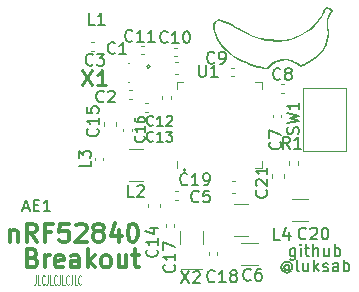
<source format=gbr>
%TF.GenerationSoftware,KiCad,Pcbnew,(5.99.0-9634-gb691c18bfc)*%
%TF.CreationDate,2021-03-08T14:45:00+01:00*%
%TF.ProjectId,nRF52840Breakout,6e524635-3238-4343-9042-7265616b6f75,rev?*%
%TF.SameCoordinates,Original*%
%TF.FileFunction,Legend,Top*%
%TF.FilePolarity,Positive*%
%FSLAX46Y46*%
G04 Gerber Fmt 4.6, Leading zero omitted, Abs format (unit mm)*
G04 Created by KiCad (PCBNEW (5.99.0-9634-gb691c18bfc)) date 2021-03-08 14:45:00*
%MOMM*%
%LPD*%
G01*
G04 APERTURE LIST*
%ADD10C,0.152400*%
%ADD11C,0.304800*%
%ADD12C,0.037500*%
%ADD13C,0.150000*%
%ADD14C,0.254000*%
%ADD15C,0.120000*%
%ADD16C,0.200000*%
%ADD17C,0.100000*%
G04 APERTURE END LIST*
D10*
X32630623Y-30930000D02*
G75*
G03*
X32630623Y-30930000I-80623J0D01*
G01*
D11*
X17779714Y-35993428D02*
X17779714Y-37009428D01*
X17779714Y-36138571D02*
X17852285Y-36066000D01*
X17997428Y-35993428D01*
X18215142Y-35993428D01*
X18360285Y-36066000D01*
X18432857Y-36211142D01*
X18432857Y-37009428D01*
X20029428Y-37009428D02*
X19521428Y-36283714D01*
X19158571Y-37009428D02*
X19158571Y-35485428D01*
X19739142Y-35485428D01*
X19884285Y-35558000D01*
X19956857Y-35630571D01*
X20029428Y-35775714D01*
X20029428Y-35993428D01*
X19956857Y-36138571D01*
X19884285Y-36211142D01*
X19739142Y-36283714D01*
X19158571Y-36283714D01*
X21190571Y-36211142D02*
X20682571Y-36211142D01*
X20682571Y-37009428D02*
X20682571Y-35485428D01*
X21408285Y-35485428D01*
X22714571Y-35485428D02*
X21988857Y-35485428D01*
X21916285Y-36211142D01*
X21988857Y-36138571D01*
X22134000Y-36066000D01*
X22496857Y-36066000D01*
X22642000Y-36138571D01*
X22714571Y-36211142D01*
X22787142Y-36356285D01*
X22787142Y-36719142D01*
X22714571Y-36864285D01*
X22642000Y-36936857D01*
X22496857Y-37009428D01*
X22134000Y-37009428D01*
X21988857Y-36936857D01*
X21916285Y-36864285D01*
X23367714Y-35630571D02*
X23440285Y-35558000D01*
X23585428Y-35485428D01*
X23948285Y-35485428D01*
X24093428Y-35558000D01*
X24166000Y-35630571D01*
X24238571Y-35775714D01*
X24238571Y-35920857D01*
X24166000Y-36138571D01*
X23295142Y-37009428D01*
X24238571Y-37009428D01*
X25109428Y-36138571D02*
X24964285Y-36066000D01*
X24891714Y-35993428D01*
X24819142Y-35848285D01*
X24819142Y-35775714D01*
X24891714Y-35630571D01*
X24964285Y-35558000D01*
X25109428Y-35485428D01*
X25399714Y-35485428D01*
X25544857Y-35558000D01*
X25617428Y-35630571D01*
X25690000Y-35775714D01*
X25690000Y-35848285D01*
X25617428Y-35993428D01*
X25544857Y-36066000D01*
X25399714Y-36138571D01*
X25109428Y-36138571D01*
X24964285Y-36211142D01*
X24891714Y-36283714D01*
X24819142Y-36428857D01*
X24819142Y-36719142D01*
X24891714Y-36864285D01*
X24964285Y-36936857D01*
X25109428Y-37009428D01*
X25399714Y-37009428D01*
X25544857Y-36936857D01*
X25617428Y-36864285D01*
X25690000Y-36719142D01*
X25690000Y-36428857D01*
X25617428Y-36283714D01*
X25544857Y-36211142D01*
X25399714Y-36138571D01*
X26996285Y-35993428D02*
X26996285Y-37009428D01*
X26633428Y-35412857D02*
X26270571Y-36501428D01*
X27214000Y-36501428D01*
X28084857Y-35485428D02*
X28230000Y-35485428D01*
X28375142Y-35558000D01*
X28447714Y-35630571D01*
X28520285Y-35775714D01*
X28592857Y-36066000D01*
X28592857Y-36428857D01*
X28520285Y-36719142D01*
X28447714Y-36864285D01*
X28375142Y-36936857D01*
X28230000Y-37009428D01*
X28084857Y-37009428D01*
X27939714Y-36936857D01*
X27867142Y-36864285D01*
X27794571Y-36719142D01*
X27722000Y-36428857D01*
X27722000Y-36066000D01*
X27794571Y-35775714D01*
X27867142Y-35630571D01*
X27939714Y-35558000D01*
X28084857Y-35485428D01*
X19683428Y-38381142D02*
X19901142Y-38453714D01*
X19973714Y-38526285D01*
X20046285Y-38671428D01*
X20046285Y-38889142D01*
X19973714Y-39034285D01*
X19901142Y-39106857D01*
X19756000Y-39179428D01*
X19175428Y-39179428D01*
X19175428Y-37655428D01*
X19683428Y-37655428D01*
X19828571Y-37728000D01*
X19901142Y-37800571D01*
X19973714Y-37945714D01*
X19973714Y-38090857D01*
X19901142Y-38236000D01*
X19828571Y-38308571D01*
X19683428Y-38381142D01*
X19175428Y-38381142D01*
X20699428Y-39179428D02*
X20699428Y-38163428D01*
X20699428Y-38453714D02*
X20772000Y-38308571D01*
X20844571Y-38236000D01*
X20989714Y-38163428D01*
X21134857Y-38163428D01*
X22223428Y-39106857D02*
X22078285Y-39179428D01*
X21788000Y-39179428D01*
X21642857Y-39106857D01*
X21570285Y-38961714D01*
X21570285Y-38381142D01*
X21642857Y-38236000D01*
X21788000Y-38163428D01*
X22078285Y-38163428D01*
X22223428Y-38236000D01*
X22296000Y-38381142D01*
X22296000Y-38526285D01*
X21570285Y-38671428D01*
X23602285Y-39179428D02*
X23602285Y-38381142D01*
X23529714Y-38236000D01*
X23384571Y-38163428D01*
X23094285Y-38163428D01*
X22949142Y-38236000D01*
X23602285Y-39106857D02*
X23457142Y-39179428D01*
X23094285Y-39179428D01*
X22949142Y-39106857D01*
X22876571Y-38961714D01*
X22876571Y-38816571D01*
X22949142Y-38671428D01*
X23094285Y-38598857D01*
X23457142Y-38598857D01*
X23602285Y-38526285D01*
X24328000Y-39179428D02*
X24328000Y-37655428D01*
X24473142Y-38598857D02*
X24908571Y-39179428D01*
X24908571Y-38163428D02*
X24328000Y-38744000D01*
X25779428Y-39179428D02*
X25634285Y-39106857D01*
X25561714Y-39034285D01*
X25489142Y-38889142D01*
X25489142Y-38453714D01*
X25561714Y-38308571D01*
X25634285Y-38236000D01*
X25779428Y-38163428D01*
X25997142Y-38163428D01*
X26142285Y-38236000D01*
X26214857Y-38308571D01*
X26287428Y-38453714D01*
X26287428Y-38889142D01*
X26214857Y-39034285D01*
X26142285Y-39106857D01*
X25997142Y-39179428D01*
X25779428Y-39179428D01*
X27593714Y-38163428D02*
X27593714Y-39179428D01*
X26940571Y-38163428D02*
X26940571Y-38961714D01*
X27013142Y-39106857D01*
X27158285Y-39179428D01*
X27376000Y-39179428D01*
X27521142Y-39106857D01*
X27593714Y-39034285D01*
X28101714Y-38163428D02*
X28682285Y-38163428D01*
X28319428Y-37655428D02*
X28319428Y-38961714D01*
X28392000Y-39106857D01*
X28537142Y-39179428D01*
X28682285Y-39179428D01*
D12*
X19942380Y-39851904D02*
X19942380Y-40423333D01*
X19923333Y-40537619D01*
X19885238Y-40613809D01*
X19828095Y-40651904D01*
X19790000Y-40651904D01*
X20323333Y-40651904D02*
X20132857Y-40651904D01*
X20132857Y-39851904D01*
X20685238Y-40575714D02*
X20666190Y-40613809D01*
X20609047Y-40651904D01*
X20570952Y-40651904D01*
X20513809Y-40613809D01*
X20475714Y-40537619D01*
X20456666Y-40461428D01*
X20437619Y-40309047D01*
X20437619Y-40194761D01*
X20456666Y-40042380D01*
X20475714Y-39966190D01*
X20513809Y-39890000D01*
X20570952Y-39851904D01*
X20609047Y-39851904D01*
X20666190Y-39890000D01*
X20685238Y-39928095D01*
X20970952Y-39851904D02*
X20970952Y-40423333D01*
X20951904Y-40537619D01*
X20913809Y-40613809D01*
X20856666Y-40651904D01*
X20818571Y-40651904D01*
X21351904Y-40651904D02*
X21161428Y-40651904D01*
X21161428Y-39851904D01*
X21713809Y-40575714D02*
X21694761Y-40613809D01*
X21637619Y-40651904D01*
X21599523Y-40651904D01*
X21542380Y-40613809D01*
X21504285Y-40537619D01*
X21485238Y-40461428D01*
X21466190Y-40309047D01*
X21466190Y-40194761D01*
X21485238Y-40042380D01*
X21504285Y-39966190D01*
X21542380Y-39890000D01*
X21599523Y-39851904D01*
X21637619Y-39851904D01*
X21694761Y-39890000D01*
X21713809Y-39928095D01*
X21999523Y-39851904D02*
X21999523Y-40423333D01*
X21980476Y-40537619D01*
X21942380Y-40613809D01*
X21885238Y-40651904D01*
X21847142Y-40651904D01*
X22380476Y-40651904D02*
X22190000Y-40651904D01*
X22190000Y-39851904D01*
X22742380Y-40575714D02*
X22723333Y-40613809D01*
X22666190Y-40651904D01*
X22628095Y-40651904D01*
X22570952Y-40613809D01*
X22532857Y-40537619D01*
X22513809Y-40461428D01*
X22494761Y-40309047D01*
X22494761Y-40194761D01*
X22513809Y-40042380D01*
X22532857Y-39966190D01*
X22570952Y-39890000D01*
X22628095Y-39851904D01*
X22666190Y-39851904D01*
X22723333Y-39890000D01*
X22742380Y-39928095D01*
X23028095Y-39851904D02*
X23028095Y-40423333D01*
X23009047Y-40537619D01*
X22970952Y-40613809D01*
X22913809Y-40651904D01*
X22875714Y-40651904D01*
X23409047Y-40651904D02*
X23218571Y-40651904D01*
X23218571Y-39851904D01*
X23770952Y-40575714D02*
X23751904Y-40613809D01*
X23694761Y-40651904D01*
X23656666Y-40651904D01*
X23599523Y-40613809D01*
X23561428Y-40537619D01*
X23542380Y-40461428D01*
X23523333Y-40309047D01*
X23523333Y-40194761D01*
X23542380Y-40042380D01*
X23561428Y-39966190D01*
X23599523Y-39890000D01*
X23656666Y-39851904D01*
X23694761Y-39851904D01*
X23751904Y-39890000D01*
X23770952Y-39928095D01*
D13*
%TO.C,C12*%
X29873571Y-27103571D02*
X29833095Y-27144047D01*
X29711666Y-27184523D01*
X29630714Y-27184523D01*
X29509285Y-27144047D01*
X29428333Y-27063095D01*
X29387857Y-26982142D01*
X29347380Y-26820238D01*
X29347380Y-26698809D01*
X29387857Y-26536904D01*
X29428333Y-26455952D01*
X29509285Y-26375000D01*
X29630714Y-26334523D01*
X29711666Y-26334523D01*
X29833095Y-26375000D01*
X29873571Y-26415476D01*
X30683095Y-27184523D02*
X30197380Y-27184523D01*
X30440238Y-27184523D02*
X30440238Y-26334523D01*
X30359285Y-26455952D01*
X30278333Y-26536904D01*
X30197380Y-26577380D01*
X31006904Y-26415476D02*
X31047380Y-26375000D01*
X31128333Y-26334523D01*
X31330714Y-26334523D01*
X31411666Y-26375000D01*
X31452142Y-26415476D01*
X31492619Y-26496428D01*
X31492619Y-26577380D01*
X31452142Y-26698809D01*
X30966428Y-27184523D01*
X31492619Y-27184523D01*
%TO.C,C10*%
X31087142Y-20087142D02*
X31039523Y-20134761D01*
X30896666Y-20182380D01*
X30801428Y-20182380D01*
X30658571Y-20134761D01*
X30563333Y-20039523D01*
X30515714Y-19944285D01*
X30468095Y-19753809D01*
X30468095Y-19610952D01*
X30515714Y-19420476D01*
X30563333Y-19325238D01*
X30658571Y-19230000D01*
X30801428Y-19182380D01*
X30896666Y-19182380D01*
X31039523Y-19230000D01*
X31087142Y-19277619D01*
X32039523Y-20182380D02*
X31468095Y-20182380D01*
X31753809Y-20182380D02*
X31753809Y-19182380D01*
X31658571Y-19325238D01*
X31563333Y-19420476D01*
X31468095Y-19468095D01*
X32658571Y-19182380D02*
X32753809Y-19182380D01*
X32849047Y-19230000D01*
X32896666Y-19277619D01*
X32944285Y-19372857D01*
X32991904Y-19563333D01*
X32991904Y-19801428D01*
X32944285Y-19991904D01*
X32896666Y-20087142D01*
X32849047Y-20134761D01*
X32753809Y-20182380D01*
X32658571Y-20182380D01*
X32563333Y-20134761D01*
X32515714Y-20087142D01*
X32468095Y-19991904D01*
X32420476Y-19801428D01*
X32420476Y-19563333D01*
X32468095Y-19372857D01*
X32515714Y-19277619D01*
X32563333Y-19230000D01*
X32658571Y-19182380D01*
%TO.C,C21*%
X39447142Y-32642857D02*
X39494761Y-32690476D01*
X39542380Y-32833333D01*
X39542380Y-32928571D01*
X39494761Y-33071428D01*
X39399523Y-33166666D01*
X39304285Y-33214285D01*
X39113809Y-33261904D01*
X38970952Y-33261904D01*
X38780476Y-33214285D01*
X38685238Y-33166666D01*
X38590000Y-33071428D01*
X38542380Y-32928571D01*
X38542380Y-32833333D01*
X38590000Y-32690476D01*
X38637619Y-32642857D01*
X38637619Y-32261904D02*
X38590000Y-32214285D01*
X38542380Y-32119047D01*
X38542380Y-31880952D01*
X38590000Y-31785714D01*
X38637619Y-31738095D01*
X38732857Y-31690476D01*
X38828095Y-31690476D01*
X38970952Y-31738095D01*
X39542380Y-32309523D01*
X39542380Y-31690476D01*
X39542380Y-30738095D02*
X39542380Y-31309523D01*
X39542380Y-31023809D02*
X38542380Y-31023809D01*
X38685238Y-31119047D01*
X38780476Y-31214285D01*
X38828095Y-31309523D01*
%TO.C,AE1*%
X18843333Y-34146666D02*
X19319523Y-34146666D01*
X18748095Y-34432380D02*
X19081428Y-33432380D01*
X19414761Y-34432380D01*
X19748095Y-33908571D02*
X20081428Y-33908571D01*
X20224285Y-34432380D02*
X19748095Y-34432380D01*
X19748095Y-33432380D01*
X20224285Y-33432380D01*
X21176666Y-34432380D02*
X20605238Y-34432380D01*
X20890952Y-34432380D02*
X20890952Y-33432380D01*
X20795714Y-33575238D01*
X20700476Y-33670476D01*
X20605238Y-33718095D01*
X41395714Y-39036190D02*
X41348095Y-38988571D01*
X41252857Y-38940952D01*
X41157619Y-38940952D01*
X41062380Y-38988571D01*
X41014761Y-39036190D01*
X40967142Y-39131428D01*
X40967142Y-39226666D01*
X41014761Y-39321904D01*
X41062380Y-39369523D01*
X41157619Y-39417142D01*
X41252857Y-39417142D01*
X41348095Y-39369523D01*
X41395714Y-39321904D01*
X41395714Y-38940952D02*
X41395714Y-39321904D01*
X41443333Y-39369523D01*
X41490952Y-39369523D01*
X41586190Y-39321904D01*
X41633809Y-39226666D01*
X41633809Y-38988571D01*
X41538571Y-38845714D01*
X41395714Y-38750476D01*
X41205238Y-38702857D01*
X41014761Y-38750476D01*
X40871904Y-38845714D01*
X40776666Y-38988571D01*
X40729047Y-39179047D01*
X40776666Y-39369523D01*
X40871904Y-39512380D01*
X41014761Y-39607619D01*
X41205238Y-39655238D01*
X41395714Y-39607619D01*
X41538571Y-39512380D01*
X42205238Y-39512380D02*
X42110000Y-39464761D01*
X42062380Y-39369523D01*
X42062380Y-38512380D01*
X43014761Y-38845714D02*
X43014761Y-39512380D01*
X42586190Y-38845714D02*
X42586190Y-39369523D01*
X42633809Y-39464761D01*
X42729047Y-39512380D01*
X42871904Y-39512380D01*
X42967142Y-39464761D01*
X43014761Y-39417142D01*
X43490952Y-39512380D02*
X43490952Y-38512380D01*
X43586190Y-39131428D02*
X43871904Y-39512380D01*
X43871904Y-38845714D02*
X43490952Y-39226666D01*
X44252857Y-39464761D02*
X44348095Y-39512380D01*
X44538571Y-39512380D01*
X44633809Y-39464761D01*
X44681428Y-39369523D01*
X44681428Y-39321904D01*
X44633809Y-39226666D01*
X44538571Y-39179047D01*
X44395714Y-39179047D01*
X44300476Y-39131428D01*
X44252857Y-39036190D01*
X44252857Y-38988571D01*
X44300476Y-38893333D01*
X44395714Y-38845714D01*
X44538571Y-38845714D01*
X44633809Y-38893333D01*
X45538571Y-39512380D02*
X45538571Y-38988571D01*
X45490952Y-38893333D01*
X45395714Y-38845714D01*
X45205238Y-38845714D01*
X45110000Y-38893333D01*
X45538571Y-39464761D02*
X45443333Y-39512380D01*
X45205238Y-39512380D01*
X45110000Y-39464761D01*
X45062380Y-39369523D01*
X45062380Y-39274285D01*
X45110000Y-39179047D01*
X45205238Y-39131428D01*
X45443333Y-39131428D01*
X45538571Y-39083809D01*
X46014761Y-39512380D02*
X46014761Y-38512380D01*
X46014761Y-38893333D02*
X46110000Y-38845714D01*
X46300476Y-38845714D01*
X46395714Y-38893333D01*
X46443333Y-38940952D01*
X46490952Y-39036190D01*
X46490952Y-39321904D01*
X46443333Y-39417142D01*
X46395714Y-39464761D01*
X46300476Y-39512380D01*
X46110000Y-39512380D01*
X46014761Y-39464761D01*
X41893333Y-37555714D02*
X41893333Y-38365238D01*
X41845714Y-38460476D01*
X41798095Y-38508095D01*
X41702857Y-38555714D01*
X41560000Y-38555714D01*
X41464761Y-38508095D01*
X41893333Y-38174761D02*
X41798095Y-38222380D01*
X41607619Y-38222380D01*
X41512380Y-38174761D01*
X41464761Y-38127142D01*
X41417142Y-38031904D01*
X41417142Y-37746190D01*
X41464761Y-37650952D01*
X41512380Y-37603333D01*
X41607619Y-37555714D01*
X41798095Y-37555714D01*
X41893333Y-37603333D01*
X42369523Y-38222380D02*
X42369523Y-37555714D01*
X42369523Y-37222380D02*
X42321904Y-37270000D01*
X42369523Y-37317619D01*
X42417142Y-37270000D01*
X42369523Y-37222380D01*
X42369523Y-37317619D01*
X42702857Y-37555714D02*
X43083809Y-37555714D01*
X42845714Y-37222380D02*
X42845714Y-38079523D01*
X42893333Y-38174761D01*
X42988571Y-38222380D01*
X43083809Y-38222380D01*
X43417142Y-38222380D02*
X43417142Y-37222380D01*
X43845714Y-38222380D02*
X43845714Y-37698571D01*
X43798095Y-37603333D01*
X43702857Y-37555714D01*
X43560000Y-37555714D01*
X43464761Y-37603333D01*
X43417142Y-37650952D01*
X44750476Y-37555714D02*
X44750476Y-38222380D01*
X44321904Y-37555714D02*
X44321904Y-38079523D01*
X44369523Y-38174761D01*
X44464761Y-38222380D01*
X44607619Y-38222380D01*
X44702857Y-38174761D01*
X44750476Y-38127142D01*
X45226666Y-38222380D02*
X45226666Y-37222380D01*
X45226666Y-37603333D02*
X45321904Y-37555714D01*
X45512380Y-37555714D01*
X45607619Y-37603333D01*
X45655238Y-37650952D01*
X45702857Y-37746190D01*
X45702857Y-38031904D01*
X45655238Y-38127142D01*
X45607619Y-38174761D01*
X45512380Y-38222380D01*
X45321904Y-38222380D01*
X45226666Y-38174761D01*
%TO.C,SW1*%
X42154761Y-27893333D02*
X42202380Y-27750476D01*
X42202380Y-27512380D01*
X42154761Y-27417142D01*
X42107142Y-27369523D01*
X42011904Y-27321904D01*
X41916666Y-27321904D01*
X41821428Y-27369523D01*
X41773809Y-27417142D01*
X41726190Y-27512380D01*
X41678571Y-27702857D01*
X41630952Y-27798095D01*
X41583333Y-27845714D01*
X41488095Y-27893333D01*
X41392857Y-27893333D01*
X41297619Y-27845714D01*
X41250000Y-27798095D01*
X41202380Y-27702857D01*
X41202380Y-27464761D01*
X41250000Y-27321904D01*
X41202380Y-26988571D02*
X42202380Y-26750476D01*
X41488095Y-26560000D01*
X42202380Y-26369523D01*
X41202380Y-26131428D01*
X42202380Y-25226666D02*
X42202380Y-25798095D01*
X42202380Y-25512380D02*
X41202380Y-25512380D01*
X41345238Y-25607619D01*
X41440476Y-25702857D01*
X41488095Y-25798095D01*
%TO.C,R1*%
X41443333Y-29112380D02*
X41110000Y-28636190D01*
X40871904Y-29112380D02*
X40871904Y-28112380D01*
X41252857Y-28112380D01*
X41348095Y-28160000D01*
X41395714Y-28207619D01*
X41443333Y-28302857D01*
X41443333Y-28445714D01*
X41395714Y-28540952D01*
X41348095Y-28588571D01*
X41252857Y-28636190D01*
X40871904Y-28636190D01*
X42395714Y-29112380D02*
X41824285Y-29112380D01*
X42110000Y-29112380D02*
X42110000Y-28112380D01*
X42014761Y-28255238D01*
X41919523Y-28350476D01*
X41824285Y-28398095D01*
%TO.C,L1*%
X24923333Y-18622380D02*
X24447142Y-18622380D01*
X24447142Y-17622380D01*
X25780476Y-18622380D02*
X25209047Y-18622380D01*
X25494761Y-18622380D02*
X25494761Y-17622380D01*
X25399523Y-17765238D01*
X25304285Y-17860476D01*
X25209047Y-17908095D01*
D14*
%TO.C,X1*%
X23871904Y-22504523D02*
X24718571Y-23774523D01*
X24718571Y-22504523D02*
X23871904Y-23774523D01*
X25867619Y-23774523D02*
X25141904Y-23774523D01*
X25504761Y-23774523D02*
X25504761Y-22504523D01*
X25383809Y-22685952D01*
X25262857Y-22806904D01*
X25141904Y-22867380D01*
D13*
%TO.C,L2*%
X28223333Y-33222380D02*
X27747142Y-33222380D01*
X27747142Y-32222380D01*
X28509047Y-32317619D02*
X28556666Y-32270000D01*
X28651904Y-32222380D01*
X28890000Y-32222380D01*
X28985238Y-32270000D01*
X29032857Y-32317619D01*
X29080476Y-32412857D01*
X29080476Y-32508095D01*
X29032857Y-32650952D01*
X28461428Y-33222380D01*
X29080476Y-33222380D01*
%TO.C,C6*%
X38123333Y-40207142D02*
X38075714Y-40254761D01*
X37932857Y-40302380D01*
X37837619Y-40302380D01*
X37694761Y-40254761D01*
X37599523Y-40159523D01*
X37551904Y-40064285D01*
X37504285Y-39873809D01*
X37504285Y-39730952D01*
X37551904Y-39540476D01*
X37599523Y-39445238D01*
X37694761Y-39350000D01*
X37837619Y-39302380D01*
X37932857Y-39302380D01*
X38075714Y-39350000D01*
X38123333Y-39397619D01*
X38980476Y-39302380D02*
X38790000Y-39302380D01*
X38694761Y-39350000D01*
X38647142Y-39397619D01*
X38551904Y-39540476D01*
X38504285Y-39730952D01*
X38504285Y-40111904D01*
X38551904Y-40207142D01*
X38599523Y-40254761D01*
X38694761Y-40302380D01*
X38885238Y-40302380D01*
X38980476Y-40254761D01*
X39028095Y-40207142D01*
X39075714Y-40111904D01*
X39075714Y-39873809D01*
X39028095Y-39778571D01*
X38980476Y-39730952D01*
X38885238Y-39683333D01*
X38694761Y-39683333D01*
X38599523Y-39730952D01*
X38551904Y-39778571D01*
X38504285Y-39873809D01*
%TO.C,C7*%
X40607142Y-28576666D02*
X40654761Y-28624285D01*
X40702380Y-28767142D01*
X40702380Y-28862380D01*
X40654761Y-29005238D01*
X40559523Y-29100476D01*
X40464285Y-29148095D01*
X40273809Y-29195714D01*
X40130952Y-29195714D01*
X39940476Y-29148095D01*
X39845238Y-29100476D01*
X39750000Y-29005238D01*
X39702380Y-28862380D01*
X39702380Y-28767142D01*
X39750000Y-28624285D01*
X39797619Y-28576666D01*
X39702380Y-28243333D02*
X39702380Y-27576666D01*
X40702380Y-28005238D01*
%TO.C,C20*%
X42807142Y-36717142D02*
X42759523Y-36764761D01*
X42616666Y-36812380D01*
X42521428Y-36812380D01*
X42378571Y-36764761D01*
X42283333Y-36669523D01*
X42235714Y-36574285D01*
X42188095Y-36383809D01*
X42188095Y-36240952D01*
X42235714Y-36050476D01*
X42283333Y-35955238D01*
X42378571Y-35860000D01*
X42521428Y-35812380D01*
X42616666Y-35812380D01*
X42759523Y-35860000D01*
X42807142Y-35907619D01*
X43188095Y-35907619D02*
X43235714Y-35860000D01*
X43330952Y-35812380D01*
X43569047Y-35812380D01*
X43664285Y-35860000D01*
X43711904Y-35907619D01*
X43759523Y-36002857D01*
X43759523Y-36098095D01*
X43711904Y-36240952D01*
X43140476Y-36812380D01*
X43759523Y-36812380D01*
X44378571Y-35812380D02*
X44473809Y-35812380D01*
X44569047Y-35860000D01*
X44616666Y-35907619D01*
X44664285Y-36002857D01*
X44711904Y-36193333D01*
X44711904Y-36431428D01*
X44664285Y-36621904D01*
X44616666Y-36717142D01*
X44569047Y-36764761D01*
X44473809Y-36812380D01*
X44378571Y-36812380D01*
X44283333Y-36764761D01*
X44235714Y-36717142D01*
X44188095Y-36621904D01*
X44140476Y-36431428D01*
X44140476Y-36193333D01*
X44188095Y-36002857D01*
X44235714Y-35907619D01*
X44283333Y-35860000D01*
X44378571Y-35812380D01*
%TO.C,C1*%
X26638333Y-21017142D02*
X26590714Y-21064761D01*
X26447857Y-21112380D01*
X26352619Y-21112380D01*
X26209761Y-21064761D01*
X26114523Y-20969523D01*
X26066904Y-20874285D01*
X26019285Y-20683809D01*
X26019285Y-20540952D01*
X26066904Y-20350476D01*
X26114523Y-20255238D01*
X26209761Y-20160000D01*
X26352619Y-20112380D01*
X26447857Y-20112380D01*
X26590714Y-20160000D01*
X26638333Y-20207619D01*
X27590714Y-21112380D02*
X27019285Y-21112380D01*
X27305000Y-21112380D02*
X27305000Y-20112380D01*
X27209761Y-20255238D01*
X27114523Y-20350476D01*
X27019285Y-20398095D01*
%TO.C,L4*%
X40613333Y-36842380D02*
X40137142Y-36842380D01*
X40137142Y-35842380D01*
X41375238Y-36175714D02*
X41375238Y-36842380D01*
X41137142Y-35794761D02*
X40899047Y-36509047D01*
X41518095Y-36509047D01*
%TO.C,L3*%
X24582380Y-30144166D02*
X24582380Y-30620357D01*
X23582380Y-30620357D01*
X23582380Y-29906071D02*
X23582380Y-29287023D01*
X23963333Y-29620357D01*
X23963333Y-29477500D01*
X24010952Y-29382261D01*
X24058571Y-29334642D01*
X24153809Y-29287023D01*
X24391904Y-29287023D01*
X24487142Y-29334642D01*
X24534761Y-29382261D01*
X24582380Y-29477500D01*
X24582380Y-29763214D01*
X24534761Y-29858452D01*
X24487142Y-29906071D01*
%TO.C,C15*%
X25157142Y-27452857D02*
X25204761Y-27500476D01*
X25252380Y-27643333D01*
X25252380Y-27738571D01*
X25204761Y-27881428D01*
X25109523Y-27976666D01*
X25014285Y-28024285D01*
X24823809Y-28071904D01*
X24680952Y-28071904D01*
X24490476Y-28024285D01*
X24395238Y-27976666D01*
X24300000Y-27881428D01*
X24252380Y-27738571D01*
X24252380Y-27643333D01*
X24300000Y-27500476D01*
X24347619Y-27452857D01*
X25252380Y-26500476D02*
X25252380Y-27071904D01*
X25252380Y-26786190D02*
X24252380Y-26786190D01*
X24395238Y-26881428D01*
X24490476Y-26976666D01*
X24538095Y-27071904D01*
X24252380Y-25595714D02*
X24252380Y-26071904D01*
X24728571Y-26119523D01*
X24680952Y-26071904D01*
X24633333Y-25976666D01*
X24633333Y-25738571D01*
X24680952Y-25643333D01*
X24728571Y-25595714D01*
X24823809Y-25548095D01*
X25061904Y-25548095D01*
X25157142Y-25595714D01*
X25204761Y-25643333D01*
X25252380Y-25738571D01*
X25252380Y-25976666D01*
X25204761Y-26071904D01*
X25157142Y-26119523D01*
%TO.C,C16*%
X29063571Y-28036428D02*
X29104047Y-28076904D01*
X29144523Y-28198333D01*
X29144523Y-28279285D01*
X29104047Y-28400714D01*
X29023095Y-28481666D01*
X28942142Y-28522142D01*
X28780238Y-28562619D01*
X28658809Y-28562619D01*
X28496904Y-28522142D01*
X28415952Y-28481666D01*
X28335000Y-28400714D01*
X28294523Y-28279285D01*
X28294523Y-28198333D01*
X28335000Y-28076904D01*
X28375476Y-28036428D01*
X29144523Y-27226904D02*
X29144523Y-27712619D01*
X29144523Y-27469761D02*
X28294523Y-27469761D01*
X28415952Y-27550714D01*
X28496904Y-27631666D01*
X28537380Y-27712619D01*
X28294523Y-26498333D02*
X28294523Y-26660238D01*
X28335000Y-26741190D01*
X28375476Y-26781666D01*
X28496904Y-26862619D01*
X28658809Y-26903095D01*
X28982619Y-26903095D01*
X29063571Y-26862619D01*
X29104047Y-26822142D01*
X29144523Y-26741190D01*
X29144523Y-26579285D01*
X29104047Y-26498333D01*
X29063571Y-26457857D01*
X28982619Y-26417380D01*
X28780238Y-26417380D01*
X28699285Y-26457857D01*
X28658809Y-26498333D01*
X28618333Y-26579285D01*
X28618333Y-26741190D01*
X28658809Y-26822142D01*
X28699285Y-26862619D01*
X28780238Y-26903095D01*
%TO.C,C14*%
X30167142Y-37682857D02*
X30214761Y-37730476D01*
X30262380Y-37873333D01*
X30262380Y-37968571D01*
X30214761Y-38111428D01*
X30119523Y-38206666D01*
X30024285Y-38254285D01*
X29833809Y-38301904D01*
X29690952Y-38301904D01*
X29500476Y-38254285D01*
X29405238Y-38206666D01*
X29310000Y-38111428D01*
X29262380Y-37968571D01*
X29262380Y-37873333D01*
X29310000Y-37730476D01*
X29357619Y-37682857D01*
X30262380Y-36730476D02*
X30262380Y-37301904D01*
X30262380Y-37016190D02*
X29262380Y-37016190D01*
X29405238Y-37111428D01*
X29500476Y-37206666D01*
X29548095Y-37301904D01*
X29595714Y-35873333D02*
X30262380Y-35873333D01*
X29214761Y-36111428D02*
X29929047Y-36349523D01*
X29929047Y-35730476D01*
%TO.C,C9*%
X35043333Y-21827142D02*
X34995714Y-21874761D01*
X34852857Y-21922380D01*
X34757619Y-21922380D01*
X34614761Y-21874761D01*
X34519523Y-21779523D01*
X34471904Y-21684285D01*
X34424285Y-21493809D01*
X34424285Y-21350952D01*
X34471904Y-21160476D01*
X34519523Y-21065238D01*
X34614761Y-20970000D01*
X34757619Y-20922380D01*
X34852857Y-20922380D01*
X34995714Y-20970000D01*
X35043333Y-21017619D01*
X35519523Y-21922380D02*
X35710000Y-21922380D01*
X35805238Y-21874761D01*
X35852857Y-21827142D01*
X35948095Y-21684285D01*
X35995714Y-21493809D01*
X35995714Y-21112857D01*
X35948095Y-21017619D01*
X35900476Y-20970000D01*
X35805238Y-20922380D01*
X35614761Y-20922380D01*
X35519523Y-20970000D01*
X35471904Y-21017619D01*
X35424285Y-21112857D01*
X35424285Y-21350952D01*
X35471904Y-21446190D01*
X35519523Y-21493809D01*
X35614761Y-21541428D01*
X35805238Y-21541428D01*
X35900476Y-21493809D01*
X35948095Y-21446190D01*
X35995714Y-21350952D01*
%TO.C,X2*%
X32250476Y-39512380D02*
X32917142Y-40512380D01*
X32917142Y-39512380D02*
X32250476Y-40512380D01*
X33250476Y-39607619D02*
X33298095Y-39560000D01*
X33393333Y-39512380D01*
X33631428Y-39512380D01*
X33726666Y-39560000D01*
X33774285Y-39607619D01*
X33821904Y-39702857D01*
X33821904Y-39798095D01*
X33774285Y-39940952D01*
X33202857Y-40512380D01*
X33821904Y-40512380D01*
%TO.C,U1*%
X33748095Y-22052380D02*
X33748095Y-22861904D01*
X33795714Y-22957142D01*
X33843333Y-23004761D01*
X33938571Y-23052380D01*
X34129047Y-23052380D01*
X34224285Y-23004761D01*
X34271904Y-22957142D01*
X34319523Y-22861904D01*
X34319523Y-22052380D01*
X35319523Y-23052380D02*
X34748095Y-23052380D01*
X35033809Y-23052380D02*
X35033809Y-22052380D01*
X34938571Y-22195238D01*
X34843333Y-22290476D01*
X34748095Y-22338095D01*
%TO.C,C3*%
X24773333Y-21997142D02*
X24725714Y-22044761D01*
X24582857Y-22092380D01*
X24487619Y-22092380D01*
X24344761Y-22044761D01*
X24249523Y-21949523D01*
X24201904Y-21854285D01*
X24154285Y-21663809D01*
X24154285Y-21520952D01*
X24201904Y-21330476D01*
X24249523Y-21235238D01*
X24344761Y-21140000D01*
X24487619Y-21092380D01*
X24582857Y-21092380D01*
X24725714Y-21140000D01*
X24773333Y-21187619D01*
X25106666Y-21092380D02*
X25725714Y-21092380D01*
X25392380Y-21473333D01*
X25535238Y-21473333D01*
X25630476Y-21520952D01*
X25678095Y-21568571D01*
X25725714Y-21663809D01*
X25725714Y-21901904D01*
X25678095Y-21997142D01*
X25630476Y-22044761D01*
X25535238Y-22092380D01*
X25249523Y-22092380D01*
X25154285Y-22044761D01*
X25106666Y-21997142D01*
%TO.C,C19*%
X32757142Y-32117142D02*
X32709523Y-32164761D01*
X32566666Y-32212380D01*
X32471428Y-32212380D01*
X32328571Y-32164761D01*
X32233333Y-32069523D01*
X32185714Y-31974285D01*
X32138095Y-31783809D01*
X32138095Y-31640952D01*
X32185714Y-31450476D01*
X32233333Y-31355238D01*
X32328571Y-31260000D01*
X32471428Y-31212380D01*
X32566666Y-31212380D01*
X32709523Y-31260000D01*
X32757142Y-31307619D01*
X33709523Y-32212380D02*
X33138095Y-32212380D01*
X33423809Y-32212380D02*
X33423809Y-31212380D01*
X33328571Y-31355238D01*
X33233333Y-31450476D01*
X33138095Y-31498095D01*
X34185714Y-32212380D02*
X34376190Y-32212380D01*
X34471428Y-32164761D01*
X34519047Y-32117142D01*
X34614285Y-31974285D01*
X34661904Y-31783809D01*
X34661904Y-31402857D01*
X34614285Y-31307619D01*
X34566666Y-31260000D01*
X34471428Y-31212380D01*
X34280952Y-31212380D01*
X34185714Y-31260000D01*
X34138095Y-31307619D01*
X34090476Y-31402857D01*
X34090476Y-31640952D01*
X34138095Y-31736190D01*
X34185714Y-31783809D01*
X34280952Y-31831428D01*
X34471428Y-31831428D01*
X34566666Y-31783809D01*
X34614285Y-31736190D01*
X34661904Y-31640952D01*
%TO.C,C5*%
X33723333Y-33577142D02*
X33675714Y-33624761D01*
X33532857Y-33672380D01*
X33437619Y-33672380D01*
X33294761Y-33624761D01*
X33199523Y-33529523D01*
X33151904Y-33434285D01*
X33104285Y-33243809D01*
X33104285Y-33100952D01*
X33151904Y-32910476D01*
X33199523Y-32815238D01*
X33294761Y-32720000D01*
X33437619Y-32672380D01*
X33532857Y-32672380D01*
X33675714Y-32720000D01*
X33723333Y-32767619D01*
X34628095Y-32672380D02*
X34151904Y-32672380D01*
X34104285Y-33148571D01*
X34151904Y-33100952D01*
X34247142Y-33053333D01*
X34485238Y-33053333D01*
X34580476Y-33100952D01*
X34628095Y-33148571D01*
X34675714Y-33243809D01*
X34675714Y-33481904D01*
X34628095Y-33577142D01*
X34580476Y-33624761D01*
X34485238Y-33672380D01*
X34247142Y-33672380D01*
X34151904Y-33624761D01*
X34104285Y-33577142D01*
%TO.C,C2*%
X25683333Y-25117142D02*
X25635714Y-25164761D01*
X25492857Y-25212380D01*
X25397619Y-25212380D01*
X25254761Y-25164761D01*
X25159523Y-25069523D01*
X25111904Y-24974285D01*
X25064285Y-24783809D01*
X25064285Y-24640952D01*
X25111904Y-24450476D01*
X25159523Y-24355238D01*
X25254761Y-24260000D01*
X25397619Y-24212380D01*
X25492857Y-24212380D01*
X25635714Y-24260000D01*
X25683333Y-24307619D01*
X26064285Y-24307619D02*
X26111904Y-24260000D01*
X26207142Y-24212380D01*
X26445238Y-24212380D01*
X26540476Y-24260000D01*
X26588095Y-24307619D01*
X26635714Y-24402857D01*
X26635714Y-24498095D01*
X26588095Y-24640952D01*
X26016666Y-25212380D01*
X26635714Y-25212380D01*
%TO.C,C11*%
X28107142Y-19977142D02*
X28059523Y-20024761D01*
X27916666Y-20072380D01*
X27821428Y-20072380D01*
X27678571Y-20024761D01*
X27583333Y-19929523D01*
X27535714Y-19834285D01*
X27488095Y-19643809D01*
X27488095Y-19500952D01*
X27535714Y-19310476D01*
X27583333Y-19215238D01*
X27678571Y-19120000D01*
X27821428Y-19072380D01*
X27916666Y-19072380D01*
X28059523Y-19120000D01*
X28107142Y-19167619D01*
X29059523Y-20072380D02*
X28488095Y-20072380D01*
X28773809Y-20072380D02*
X28773809Y-19072380D01*
X28678571Y-19215238D01*
X28583333Y-19310476D01*
X28488095Y-19358095D01*
X30011904Y-20072380D02*
X29440476Y-20072380D01*
X29726190Y-20072380D02*
X29726190Y-19072380D01*
X29630952Y-19215238D01*
X29535714Y-19310476D01*
X29440476Y-19358095D01*
%TO.C,C18*%
X35067142Y-40327142D02*
X35019523Y-40374761D01*
X34876666Y-40422380D01*
X34781428Y-40422380D01*
X34638571Y-40374761D01*
X34543333Y-40279523D01*
X34495714Y-40184285D01*
X34448095Y-39993809D01*
X34448095Y-39850952D01*
X34495714Y-39660476D01*
X34543333Y-39565238D01*
X34638571Y-39470000D01*
X34781428Y-39422380D01*
X34876666Y-39422380D01*
X35019523Y-39470000D01*
X35067142Y-39517619D01*
X36019523Y-40422380D02*
X35448095Y-40422380D01*
X35733809Y-40422380D02*
X35733809Y-39422380D01*
X35638571Y-39565238D01*
X35543333Y-39660476D01*
X35448095Y-39708095D01*
X36590952Y-39850952D02*
X36495714Y-39803333D01*
X36448095Y-39755714D01*
X36400476Y-39660476D01*
X36400476Y-39612857D01*
X36448095Y-39517619D01*
X36495714Y-39470000D01*
X36590952Y-39422380D01*
X36781428Y-39422380D01*
X36876666Y-39470000D01*
X36924285Y-39517619D01*
X36971904Y-39612857D01*
X36971904Y-39660476D01*
X36924285Y-39755714D01*
X36876666Y-39803333D01*
X36781428Y-39850952D01*
X36590952Y-39850952D01*
X36495714Y-39898571D01*
X36448095Y-39946190D01*
X36400476Y-40041428D01*
X36400476Y-40231904D01*
X36448095Y-40327142D01*
X36495714Y-40374761D01*
X36590952Y-40422380D01*
X36781428Y-40422380D01*
X36876666Y-40374761D01*
X36924285Y-40327142D01*
X36971904Y-40231904D01*
X36971904Y-40041428D01*
X36924285Y-39946190D01*
X36876666Y-39898571D01*
X36781428Y-39850952D01*
%TO.C,C13*%
X29873571Y-28443571D02*
X29833095Y-28484047D01*
X29711666Y-28524523D01*
X29630714Y-28524523D01*
X29509285Y-28484047D01*
X29428333Y-28403095D01*
X29387857Y-28322142D01*
X29347380Y-28160238D01*
X29347380Y-28038809D01*
X29387857Y-27876904D01*
X29428333Y-27795952D01*
X29509285Y-27715000D01*
X29630714Y-27674523D01*
X29711666Y-27674523D01*
X29833095Y-27715000D01*
X29873571Y-27755476D01*
X30683095Y-28524523D02*
X30197380Y-28524523D01*
X30440238Y-28524523D02*
X30440238Y-27674523D01*
X30359285Y-27795952D01*
X30278333Y-27876904D01*
X30197380Y-27917380D01*
X30966428Y-27674523D02*
X31492619Y-27674523D01*
X31209285Y-27998333D01*
X31330714Y-27998333D01*
X31411666Y-28038809D01*
X31452142Y-28079285D01*
X31492619Y-28160238D01*
X31492619Y-28362619D01*
X31452142Y-28443571D01*
X31411666Y-28484047D01*
X31330714Y-28524523D01*
X31087857Y-28524523D01*
X31006904Y-28484047D01*
X30966428Y-28443571D01*
%TO.C,C8*%
X40643333Y-23217142D02*
X40595714Y-23264761D01*
X40452857Y-23312380D01*
X40357619Y-23312380D01*
X40214761Y-23264761D01*
X40119523Y-23169523D01*
X40071904Y-23074285D01*
X40024285Y-22883809D01*
X40024285Y-22740952D01*
X40071904Y-22550476D01*
X40119523Y-22455238D01*
X40214761Y-22360000D01*
X40357619Y-22312380D01*
X40452857Y-22312380D01*
X40595714Y-22360000D01*
X40643333Y-22407619D01*
X41214761Y-22740952D02*
X41119523Y-22693333D01*
X41071904Y-22645714D01*
X41024285Y-22550476D01*
X41024285Y-22502857D01*
X41071904Y-22407619D01*
X41119523Y-22360000D01*
X41214761Y-22312380D01*
X41405238Y-22312380D01*
X41500476Y-22360000D01*
X41548095Y-22407619D01*
X41595714Y-22502857D01*
X41595714Y-22550476D01*
X41548095Y-22645714D01*
X41500476Y-22693333D01*
X41405238Y-22740952D01*
X41214761Y-22740952D01*
X41119523Y-22788571D01*
X41071904Y-22836190D01*
X41024285Y-22931428D01*
X41024285Y-23121904D01*
X41071904Y-23217142D01*
X41119523Y-23264761D01*
X41214761Y-23312380D01*
X41405238Y-23312380D01*
X41500476Y-23264761D01*
X41548095Y-23217142D01*
X41595714Y-23121904D01*
X41595714Y-22931428D01*
X41548095Y-22836190D01*
X41500476Y-22788571D01*
X41405238Y-22740952D01*
%TO.C,C17*%
X31647142Y-38965357D02*
X31694761Y-39012976D01*
X31742380Y-39155833D01*
X31742380Y-39251071D01*
X31694761Y-39393928D01*
X31599523Y-39489166D01*
X31504285Y-39536785D01*
X31313809Y-39584404D01*
X31170952Y-39584404D01*
X30980476Y-39536785D01*
X30885238Y-39489166D01*
X30790000Y-39393928D01*
X30742380Y-39251071D01*
X30742380Y-39155833D01*
X30790000Y-39012976D01*
X30837619Y-38965357D01*
X31742380Y-38012976D02*
X31742380Y-38584404D01*
X31742380Y-38298690D02*
X30742380Y-38298690D01*
X30885238Y-38393928D01*
X30980476Y-38489166D01*
X31028095Y-38584404D01*
X30742380Y-37679642D02*
X30742380Y-37012976D01*
X31742380Y-37441547D01*
D15*
%TO.C,C12*%
X31340000Y-24706665D02*
X31340000Y-24938335D01*
X30620000Y-24706665D02*
X30620000Y-24938335D01*
%TO.C,C10*%
X31895835Y-21290000D02*
X31664165Y-21290000D01*
X31895835Y-20570000D02*
X31664165Y-20570000D01*
%TO.C,C21*%
X39960000Y-31586267D02*
X39960000Y-31293733D01*
X40980000Y-31586267D02*
X40980000Y-31293733D01*
%TO.C,SW1*%
X42540000Y-23990000D02*
X46160000Y-23990000D01*
X46160000Y-29290000D02*
X42540000Y-29290000D01*
X46160000Y-23990000D02*
X46160000Y-29290000D01*
X42540000Y-29290000D02*
X42540000Y-23990000D01*
%TO.C,R1*%
X42130000Y-30192379D02*
X42130000Y-30527621D01*
X41370000Y-30192379D02*
X41370000Y-30527621D01*
%TO.C,L1*%
X24639800Y-20100000D02*
X24840200Y-20100000D01*
X24639800Y-20820000D02*
X24840200Y-20820000D01*
D16*
%TO.C,X1*%
X29475000Y-22260000D02*
X29475000Y-22260000D01*
X29475000Y-22060000D02*
X29475000Y-22060000D01*
D17*
X27825000Y-23460000D02*
X27725000Y-23460000D01*
X27825000Y-21860000D02*
X27725000Y-21860000D01*
D16*
X29475000Y-22260000D02*
G75*
G02*
X29475000Y-22060000I0J100000D01*
G01*
X29475000Y-22060000D02*
G75*
G02*
X29475000Y-22260000I0J-100000D01*
G01*
D15*
%TO.C,L2*%
X28992064Y-31850000D02*
X27787936Y-31850000D01*
X28992064Y-29130000D02*
X27787936Y-29130000D01*
%TO.C,C6*%
X37318748Y-38960000D02*
X38741252Y-38960000D01*
X37318748Y-37140000D02*
X38741252Y-37140000D01*
%TO.C,C7*%
X40730000Y-26485835D02*
X40730000Y-26254165D01*
X40010000Y-26485835D02*
X40010000Y-26254165D01*
%TO.C,C20*%
X43021252Y-33420000D02*
X41598748Y-33420000D01*
X43021252Y-35240000D02*
X41598748Y-35240000D01*
%TO.C,C1*%
X29065835Y-20400000D02*
X28834165Y-20400000D01*
X29065835Y-21120000D02*
X28834165Y-21120000D01*
%TO.C,L4*%
X37922064Y-36500000D02*
X36717936Y-36500000D01*
X37922064Y-33780000D02*
X36717936Y-33780000D01*
%TO.C,L3*%
X24940000Y-30077700D02*
X24940000Y-29877300D01*
X25660000Y-30077700D02*
X25660000Y-29877300D01*
%TO.C,C15*%
X25730000Y-27186267D02*
X25730000Y-26893733D01*
X26750000Y-27186267D02*
X26750000Y-26893733D01*
%TO.C,C16*%
X28070000Y-27668335D02*
X28070000Y-27436665D01*
X27350000Y-27668335D02*
X27350000Y-27436665D01*
%TO.C,C14*%
X29430000Y-33773733D02*
X29430000Y-34066267D01*
X30450000Y-33773733D02*
X30450000Y-34066267D01*
%TO.C,G\u002A\u002A\u002A*%
G36*
X44580377Y-17144536D02*
G01*
X44621575Y-17149207D01*
X44780293Y-17209652D01*
X44878769Y-17252568D01*
X45025224Y-17328167D01*
X45089875Y-17399756D01*
X45079010Y-17484266D01*
X45004752Y-17591604D01*
X44819364Y-17883228D01*
X44716044Y-18210176D01*
X44694214Y-18574799D01*
X44714513Y-18777632D01*
X44747519Y-19170197D01*
X44735090Y-19567957D01*
X44679998Y-19943950D01*
X44585016Y-20271220D01*
X44553053Y-20347375D01*
X44329076Y-20760322D01*
X44055259Y-21112329D01*
X43762837Y-21387204D01*
X43572783Y-21530865D01*
X43340909Y-21686004D01*
X43090345Y-21839045D01*
X42844224Y-21976406D01*
X42625679Y-22084509D01*
X42470133Y-22146051D01*
X42362945Y-22171594D01*
X42280664Y-22158115D01*
X42180106Y-22096536D01*
X42157735Y-22080374D01*
X41792411Y-21849982D01*
X41441617Y-21705461D01*
X41096189Y-21645286D01*
X40746963Y-21667929D01*
X40384773Y-21771866D01*
X40361143Y-21781168D01*
X40223408Y-21848464D01*
X40063404Y-21944892D01*
X39900316Y-22056388D01*
X39753328Y-22168886D01*
X39641629Y-22268318D01*
X39584400Y-22340620D01*
X39580810Y-22353265D01*
X39536564Y-22381468D01*
X39420171Y-22382977D01*
X39244958Y-22360988D01*
X39024254Y-22318702D01*
X38771387Y-22259315D01*
X38499685Y-22186025D01*
X38222477Y-22102031D01*
X37953091Y-22010531D01*
X37704854Y-21914723D01*
X37642204Y-21888104D01*
X37027780Y-21582242D01*
X36484329Y-21230812D01*
X36014570Y-20836407D01*
X35621219Y-20401623D01*
X35306996Y-19929052D01*
X35083606Y-19445748D01*
X34993614Y-19158685D01*
X34953698Y-18904986D01*
X34951004Y-18816185D01*
X35089547Y-18816185D01*
X35105665Y-19054388D01*
X35160010Y-19296003D01*
X35176624Y-19345727D01*
X35358438Y-19757385D01*
X35610520Y-20161102D01*
X35911789Y-20537668D01*
X36296157Y-20922290D01*
X36734569Y-21260681D01*
X37233998Y-21556678D01*
X37801421Y-21814115D01*
X38443810Y-22036826D01*
X38841643Y-22148523D01*
X39407045Y-22295644D01*
X39712800Y-22030545D01*
X40056305Y-21779643D01*
X40410771Y-21616525D01*
X40785310Y-21538443D01*
X41189034Y-21542646D01*
X41288383Y-21555168D01*
X41501174Y-21594923D01*
X41680923Y-21653317D01*
X41870142Y-21745768D01*
X41968480Y-21801871D01*
X42134443Y-21893448D01*
X42281997Y-21964589D01*
X42385828Y-22003401D01*
X42405118Y-22007003D01*
X42509217Y-21987379D01*
X42668646Y-21922334D01*
X42866613Y-21821208D01*
X43086327Y-21693340D01*
X43310997Y-21548067D01*
X43523831Y-21394727D01*
X43568366Y-21360073D01*
X43930161Y-21036834D01*
X44213680Y-20697735D01*
X44431196Y-20328062D01*
X44434219Y-20321793D01*
X44535919Y-20038527D01*
X44602888Y-19698812D01*
X44632048Y-19331042D01*
X44620323Y-18963607D01*
X44599499Y-18797140D01*
X44577248Y-18502577D01*
X44599522Y-18210384D01*
X44661269Y-17940196D01*
X44757432Y-17711650D01*
X44882958Y-17544378D01*
X44932259Y-17504379D01*
X44975693Y-17466057D01*
X44961916Y-17434956D01*
X44878753Y-17396460D01*
X44825835Y-17376636D01*
X44693617Y-17325555D01*
X44590981Y-17281527D01*
X44569335Y-17270748D01*
X44527336Y-17269157D01*
X44484298Y-17321548D01*
X44431564Y-17441233D01*
X44396997Y-17535725D01*
X44206254Y-17948027D01*
X43935867Y-18344900D01*
X43596402Y-18718796D01*
X43198423Y-19062172D01*
X42752497Y-19367481D01*
X42269189Y-19627177D01*
X41759062Y-19833717D01*
X41232683Y-19979552D01*
X40894424Y-20037254D01*
X40589744Y-20057921D01*
X40228713Y-20053498D01*
X39841207Y-20026546D01*
X39457101Y-19979631D01*
X39106270Y-19915317D01*
X38917744Y-19867591D01*
X38645040Y-19783114D01*
X38382291Y-19688959D01*
X38113453Y-19577912D01*
X37822477Y-19442759D01*
X37493317Y-19276289D01*
X37109929Y-19071286D01*
X36944410Y-18980527D01*
X36539224Y-18760988D01*
X36202719Y-18588237D01*
X35927426Y-18460059D01*
X35705877Y-18374237D01*
X35530607Y-18328556D01*
X35394148Y-18320799D01*
X35289032Y-18348751D01*
X35207792Y-18410195D01*
X35172472Y-18454693D01*
X35111775Y-18607565D01*
X35089547Y-18816185D01*
X34951004Y-18816185D01*
X34950125Y-18787229D01*
X34952232Y-18493280D01*
X35156027Y-18322275D01*
X35275345Y-18226976D01*
X35362064Y-18181292D01*
X35451290Y-18174704D01*
X35576350Y-18196326D01*
X35734730Y-18241461D01*
X35939187Y-18321705D01*
X36196259Y-18440170D01*
X36512489Y-18599963D01*
X36894417Y-18804196D01*
X37142599Y-18940894D01*
X37535072Y-19156744D01*
X37865528Y-19331481D01*
X38149738Y-19470355D01*
X38403469Y-19578615D01*
X38642492Y-19661509D01*
X38882575Y-19724284D01*
X39139488Y-19772190D01*
X39428999Y-19810475D01*
X39766877Y-19844387D01*
X39890243Y-19855388D01*
X40265847Y-19885916D01*
X40570496Y-19903172D01*
X40823082Y-19905213D01*
X41042490Y-19890093D01*
X41247611Y-19855867D01*
X41457330Y-19800593D01*
X41690539Y-19722326D01*
X41885254Y-19650014D01*
X42475802Y-19385833D01*
X42993575Y-19068868D01*
X43440764Y-18697127D01*
X43819562Y-18268617D01*
X44132159Y-17781343D01*
X44285533Y-17467522D01*
X44367486Y-17288433D01*
X44436555Y-17180850D01*
X44514124Y-17137024D01*
X44580377Y-17144536D01*
G37*
%TO.C,C9*%
X36454165Y-22290000D02*
X36685835Y-22290000D01*
X36454165Y-23010000D02*
X36685835Y-23010000D01*
%TO.C,X2*%
X32150000Y-37190000D02*
X32150000Y-36090000D01*
X34050000Y-37190000D02*
X34050000Y-36090000D01*
X32200000Y-39340000D02*
X34000000Y-39340000D01*
%TO.C,U1*%
X31860000Y-23510000D02*
X32420000Y-23510000D01*
X39080000Y-23510000D02*
X39080000Y-24070000D01*
X39080000Y-30730000D02*
X39080000Y-30170000D01*
X39080000Y-30730000D02*
X38520000Y-30730000D01*
X39080000Y-23510000D02*
X38520000Y-23510000D01*
X31860000Y-30730000D02*
X31860000Y-30170000D01*
X31860000Y-23510000D02*
X31860000Y-24070000D01*
%TO.C,C19*%
X36513733Y-31870000D02*
X36806267Y-31870000D01*
X36513733Y-32890000D02*
X36806267Y-32890000D01*
%TO.C,C5*%
X31963335Y-33440000D02*
X31731665Y-33440000D01*
X31963335Y-32720000D02*
X31731665Y-32720000D01*
%TO.C,C2*%
X28065835Y-24920000D02*
X27834165Y-24920000D01*
X28065835Y-24200000D02*
X27834165Y-24200000D01*
%TO.C,C11*%
X31986267Y-22790000D02*
X31693733Y-22790000D01*
X31986267Y-21770000D02*
X31693733Y-21770000D01*
%TO.C,C18*%
X34560000Y-37874165D02*
X34560000Y-38105835D01*
X35280000Y-37874165D02*
X35280000Y-38105835D01*
%TO.C,C13*%
X29398335Y-25300000D02*
X29166665Y-25300000D01*
X29398335Y-26020000D02*
X29166665Y-26020000D01*
%TO.C,C8*%
X40694165Y-24380000D02*
X40925835Y-24380000D01*
X40694165Y-23660000D02*
X40925835Y-23660000D01*
%TO.C,C17*%
X30940000Y-35775835D02*
X30940000Y-35544165D01*
X31660000Y-35775835D02*
X31660000Y-35544165D01*
%TD*%
M02*

</source>
